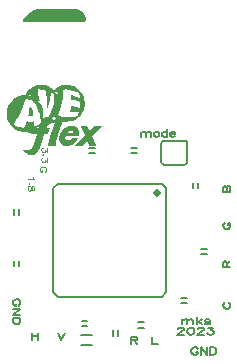
<source format=gbr>
%TF.GenerationSoftware,KiCad,Pcbnew,8.99.0-344-gfbc433deaa*%
%TF.CreationDate,2024-03-17T11:59:04-04:00*%
%TF.ProjectId,AVEFlex,41564546-6c65-4782-9e6b-696361645f70,rev?*%
%TF.SameCoordinates,Original*%
%TF.FileFunction,Legend,Top*%
%TF.FilePolarity,Positive*%
%FSLAX46Y46*%
G04 Gerber Fmt 4.6, Leading zero omitted, Abs format (unit mm)*
G04 Created by KiCad (PCBNEW 8.99.0-344-gfbc433deaa) date 2024-03-17 11:59:04*
%MOMM*%
%LPD*%
G01*
G04 APERTURE LIST*
%ADD10C,0.127000*%
%ADD11C,0.101600*%
%ADD12C,0.152400*%
%ADD13C,0.203200*%
%ADD14C,0.327000*%
G04 APERTURE END LIST*
D10*
X139571286Y-115244759D02*
X139658286Y-115244759D01*
X157678904Y-108719059D02*
X157736904Y-108682059D01*
X154181667Y-117447759D02*
X154223667Y-117592759D01*
D11*
X141060823Y-105491378D02*
X141108823Y-105491378D01*
D10*
X157503904Y-111712059D02*
X157823904Y-111458059D01*
D11*
X141060823Y-105143378D02*
X141011823Y-105172378D01*
D10*
X154673886Y-118801619D02*
X154600886Y-118859619D01*
X153847667Y-117156759D02*
X153889667Y-117214759D01*
X157823904Y-108537059D02*
X157823904Y-108392059D01*
X153858667Y-116441759D02*
X153942667Y-116412759D01*
X154600886Y-119295619D02*
X154673886Y-119353619D01*
X151077904Y-100642059D02*
X151077904Y-100932059D01*
X139891286Y-115244759D02*
X139949286Y-115208759D01*
X156434667Y-117534759D02*
X156393667Y-117621759D01*
X154150667Y-116441759D02*
X154192667Y-116529759D01*
D11*
X140890823Y-105143378D02*
X140939823Y-105201378D01*
D10*
X157503904Y-105272059D02*
X157533904Y-105163059D01*
X153109904Y-100583059D02*
X153073904Y-100554059D01*
X156184667Y-117708759D02*
X156059667Y-117708759D01*
X151803904Y-100700059D02*
X151767904Y-100612059D01*
X149914145Y-117911141D02*
X149950145Y-117969141D01*
X151224564Y-118475841D02*
X151659564Y-118475841D01*
X151694904Y-100554059D02*
X151622904Y-100525059D01*
X156111667Y-116732759D02*
X156070667Y-116790759D01*
D11*
X142134983Y-103519059D02*
X142086983Y-103490059D01*
D10*
X154401667Y-116412759D02*
X154526667Y-116412759D01*
X154963886Y-119353619D02*
X155036886Y-119295619D01*
X155072886Y-119237619D02*
X155072886Y-119150619D01*
X149914145Y-118085141D02*
X149878145Y-118114141D01*
X143209204Y-117545797D02*
X143500204Y-118155797D01*
X156070667Y-116645759D02*
X156111667Y-116703759D01*
X155652667Y-116499759D02*
X155694667Y-116558759D01*
X157794904Y-108610059D02*
X157823904Y-108537059D01*
D11*
X140770823Y-104940378D02*
X140794823Y-104911378D01*
X141845904Y-102176059D02*
X141821904Y-102089059D01*
D10*
X149878145Y-117882141D02*
X149914145Y-117911141D01*
X156351667Y-117359759D02*
X156393667Y-117388759D01*
D11*
X141011823Y-105462378D02*
X141060823Y-105491378D01*
D10*
X157387904Y-111458059D02*
X157445904Y-111495059D01*
X139891286Y-114736759D02*
X139804286Y-114700759D01*
D11*
X141723983Y-103577059D02*
X141699983Y-103635059D01*
D10*
X154891886Y-119382619D02*
X154963886Y-119353619D01*
D11*
X140842823Y-105520378D02*
X140770823Y-105520378D01*
D10*
X154724667Y-117214759D02*
X154640667Y-117127759D01*
X157213904Y-115286059D02*
X157242904Y-115359059D01*
D11*
X141966904Y-102263059D02*
X141893904Y-102234059D01*
D10*
X154724667Y-117592759D02*
X154765667Y-117447759D01*
X157620904Y-105090059D02*
X157707904Y-105090059D01*
X157242904Y-115359059D02*
X157300904Y-115432059D01*
X139949286Y-116732759D02*
X139891286Y-116768759D01*
X151440904Y-100903059D02*
X151513904Y-100932059D01*
X152892904Y-100525059D02*
X152819904Y-100554059D01*
X149442145Y-117853141D02*
X149442145Y-118143141D01*
X153555667Y-117098759D02*
X153722667Y-117098759D01*
D11*
X140987823Y-105230378D02*
X140963823Y-105346378D01*
X140963823Y-105288378D02*
X140987823Y-105404378D01*
X140673823Y-105259378D02*
X140697823Y-105172378D01*
D10*
X157213904Y-108537059D02*
X157242904Y-108610059D01*
X157794904Y-115359059D02*
X157823904Y-115286059D01*
X153472667Y-117127759D02*
X153555667Y-117098759D01*
X140036286Y-116296759D02*
X139426286Y-116296759D01*
X157445904Y-105126059D02*
X157474904Y-105163059D01*
X157271904Y-111495059D02*
X157329904Y-111458059D01*
X154181667Y-117359759D02*
X154181667Y-117447759D01*
X150678904Y-100642059D02*
X150678904Y-100932059D01*
X157503904Y-111640059D02*
X157503904Y-111712059D01*
X157474904Y-105163059D02*
X157503904Y-105272059D01*
X152021904Y-100700059D02*
X152021904Y-100758059D01*
D11*
X142086983Y-103490059D02*
X142013983Y-103461059D01*
D10*
X157213904Y-111640059D02*
X157242904Y-111531059D01*
X154192667Y-116529759D02*
X154192667Y-116819759D01*
X153000904Y-100525059D02*
X152892904Y-100525059D01*
X155516667Y-117330759D02*
X155433667Y-117418759D01*
D11*
X141108823Y-105491378D02*
X141157823Y-105462378D01*
D10*
X151513904Y-100932059D02*
X151622904Y-100932059D01*
X155141667Y-117127759D02*
X155224667Y-117098759D01*
X155694667Y-116790759D02*
X155652667Y-116732759D01*
D11*
X141869904Y-101886059D02*
X141918904Y-101857059D01*
X142135904Y-102960059D02*
X142111904Y-103018059D01*
X141699983Y-103751059D02*
X141723983Y-103809059D01*
X140721823Y-105491378D02*
X140697823Y-105462378D01*
D10*
X153430667Y-117156759D02*
X153472667Y-117127759D01*
D11*
X141181823Y-105259378D02*
X141157823Y-105172378D01*
D10*
X156124886Y-118772619D02*
X156378886Y-118772619D01*
X156111667Y-116499759D02*
X156070667Y-116441759D01*
X139426286Y-115063759D02*
X139455286Y-115135759D01*
X139426286Y-114917759D02*
X139426286Y-115063759D01*
X139571286Y-114736759D02*
X139513286Y-114772759D01*
D11*
X141893904Y-102467059D02*
X141918904Y-102496059D01*
D10*
X153146904Y-100642059D02*
X153109904Y-100583059D01*
X152130904Y-100903059D02*
X152202904Y-100932059D01*
X152057904Y-100612059D02*
X152021904Y-100700059D01*
D11*
X141893904Y-103047059D02*
X141845904Y-102989059D01*
D10*
X155819667Y-116819759D02*
X155694667Y-116790759D01*
X149696145Y-118143141D02*
X149442145Y-118143141D01*
X150460904Y-100525059D02*
X150569904Y-100525059D01*
X152710904Y-100700059D02*
X153146904Y-100700059D01*
X157445904Y-111495059D02*
X157474904Y-111531059D01*
D11*
X141966904Y-103076059D02*
X141893904Y-103047059D01*
D10*
X152746904Y-100612059D02*
X152710904Y-100700059D01*
X154745886Y-119382619D02*
X154891886Y-119382619D01*
X141027345Y-117533100D02*
X141027345Y-117823100D01*
X155945667Y-116412759D02*
X155819667Y-116412759D01*
D11*
X141893904Y-102234059D02*
X141845904Y-102176059D01*
D10*
X139804286Y-116804759D02*
X139658286Y-116804759D01*
X154223667Y-117214759D02*
X154181667Y-117359759D01*
X151767904Y-100845059D02*
X151803904Y-100758059D01*
D11*
X141084823Y-104388378D02*
X141108823Y-104446378D01*
D10*
X157474904Y-111531059D02*
X157503904Y-111640059D01*
X154640667Y-117127759D02*
X154515667Y-117098759D01*
D11*
X141108823Y-104446378D02*
X141181823Y-104533378D01*
D10*
X157387904Y-105090059D02*
X157445904Y-105126059D01*
X154673886Y-119353619D02*
X154745886Y-119382619D01*
X152202904Y-100525059D02*
X152130904Y-100554059D01*
X157242904Y-108320059D02*
X157213904Y-108392059D01*
D11*
X142111904Y-103018059D02*
X142087904Y-103047059D01*
D10*
X153733667Y-116412759D02*
X153733667Y-116529759D01*
X154651667Y-116529759D02*
X154651667Y-116819759D01*
X157591904Y-108392059D02*
X157591904Y-108211059D01*
X151622904Y-100932059D02*
X151694904Y-100903059D01*
X153889667Y-117214759D02*
X153889667Y-117272759D01*
X154526667Y-116412759D02*
X154609667Y-116441759D01*
X157794904Y-115069059D02*
X157736904Y-114996059D01*
X157823904Y-115286059D02*
X157823904Y-115141059D01*
D11*
X141845904Y-102728059D02*
X141869904Y-102699059D01*
D10*
X157794904Y-108320059D02*
X157736904Y-108247059D01*
X157300904Y-108247059D02*
X157242904Y-108320059D01*
X140007286Y-116659759D02*
X139949286Y-116732759D01*
X153000904Y-100932059D02*
X153073904Y-100903059D01*
X155326886Y-118772619D02*
X155326886Y-119382619D01*
D11*
X140890823Y-105491378D02*
X140842823Y-105520378D01*
D10*
X154306667Y-117679759D02*
X154431667Y-117708759D01*
X154431667Y-117098759D02*
X154306667Y-117127759D01*
X152746904Y-100845059D02*
X152819904Y-100903059D01*
X156560886Y-119295619D02*
X156487886Y-119353619D01*
D11*
X141918904Y-102496059D02*
X141942904Y-102467059D01*
D10*
X155391667Y-117098759D02*
X155475667Y-117127759D01*
X150279904Y-100525059D02*
X150279904Y-100642059D01*
D11*
X140939823Y-105433378D02*
X140890823Y-105491378D01*
D10*
X150642904Y-100554059D02*
X150678904Y-100642059D01*
X155433667Y-117418759D02*
X155016667Y-117708759D01*
X156111667Y-116703759D02*
X156111667Y-116732759D01*
X154765667Y-117359759D02*
X154724667Y-117214759D01*
X157533904Y-105163059D02*
X157562904Y-105126059D01*
D11*
X142087904Y-102234059D02*
X142014904Y-102263059D01*
D10*
X156596886Y-119237619D02*
X156560886Y-119295619D01*
X157503904Y-111712059D02*
X157503904Y-111966059D01*
X154765667Y-117447759D02*
X154765667Y-117359759D01*
X152456904Y-100612059D02*
X152456904Y-100845059D01*
D11*
X141820983Y-103896059D02*
X141892983Y-103896059D01*
D10*
X155072886Y-118917619D02*
X155036886Y-118859619D01*
X157736904Y-108682059D02*
X157794904Y-108610059D01*
X156434667Y-117476759D02*
X156434667Y-117534759D01*
X156059667Y-117708759D02*
X155934667Y-117679759D01*
X155945667Y-116819759D02*
X155819667Y-116819759D01*
X155694667Y-116558759D02*
X155778667Y-116587759D01*
D11*
X142207983Y-103751059D02*
X142207983Y-103635059D01*
D10*
X153146904Y-100700059D02*
X153146904Y-100642059D01*
X155152667Y-116587759D02*
X155444667Y-116819759D01*
X151767904Y-100612059D02*
X151694904Y-100554059D01*
X151041904Y-100554059D02*
X151077904Y-100642059D01*
X157358904Y-108719059D02*
X157445904Y-108755059D01*
D11*
X141771983Y-103519059D02*
X141723983Y-103577059D01*
D10*
X154600886Y-118859619D02*
X154564886Y-118917619D01*
D11*
X142329904Y-103047059D02*
X142135904Y-102873059D01*
X142329904Y-102234059D02*
X142135904Y-102060059D01*
D10*
X155892667Y-117650759D02*
X155850667Y-117592759D01*
X156393667Y-117388759D02*
X156434667Y-117476759D01*
X155224667Y-117098759D02*
X155391667Y-117098759D01*
D11*
X142135904Y-102060059D02*
X142135904Y-102147059D01*
D10*
X156632886Y-119150619D02*
X156596886Y-119237619D01*
D11*
X141942904Y-102467059D02*
X141918904Y-102438059D01*
X141181823Y-104533378D02*
X140673823Y-104533378D01*
D10*
X149696145Y-118143141D02*
X149950145Y-118463141D01*
D11*
X142111904Y-102205059D02*
X142087904Y-102234059D01*
D10*
X154515667Y-117098759D02*
X154431667Y-117098759D01*
X152819904Y-100554059D02*
X152746904Y-100612059D01*
D11*
X142086983Y-103896059D02*
X142134983Y-103867059D01*
D10*
X153346667Y-117708759D02*
X153931667Y-117708759D01*
X151331904Y-100758059D02*
X151368904Y-100845059D01*
X154192667Y-116529759D02*
X154317667Y-116441759D01*
X140036286Y-116550759D02*
X140007286Y-116659759D01*
X155558667Y-117214759D02*
X155558667Y-117272759D01*
X157591904Y-115504059D02*
X157678904Y-115468059D01*
X157707904Y-105090059D02*
X157765904Y-105126059D01*
X152202904Y-100932059D02*
X152311904Y-100932059D01*
D11*
X140770823Y-104882378D02*
X140745823Y-104911378D01*
X141821904Y-102815059D02*
X141845904Y-102728059D01*
D10*
X154515667Y-117708759D02*
X154640667Y-117679759D01*
X157329904Y-111458059D02*
X157387904Y-111458059D01*
X152456904Y-100612059D02*
X152384904Y-100554059D01*
D11*
X141845904Y-101915059D02*
X141869904Y-101886059D01*
D10*
X157736904Y-108247059D02*
X157678904Y-108211059D01*
X152819904Y-100903059D02*
X152892904Y-100932059D01*
X139804286Y-114700759D02*
X139658286Y-114700759D01*
D11*
X142183983Y-103577059D02*
X142134983Y-103519059D01*
D10*
X154528886Y-119004619D02*
X154528886Y-119150619D01*
X141027345Y-117823100D02*
X141535345Y-117823100D01*
X156124886Y-118772619D02*
X156124886Y-119382619D01*
X139658286Y-114700759D02*
X139571286Y-114736759D01*
X151622904Y-100525059D02*
X151513904Y-100525059D01*
D11*
X141918904Y-102438059D02*
X141893904Y-102467059D01*
X140673823Y-105375378D02*
X140673823Y-105259378D01*
D10*
X152311904Y-100525059D02*
X152202904Y-100525059D01*
D11*
X141820983Y-103490059D02*
X141771983Y-103519059D01*
D10*
X157736904Y-114996059D02*
X157678904Y-114960059D01*
D11*
X140697823Y-105462378D02*
X140673823Y-105375378D01*
D10*
X151694904Y-100903059D02*
X151767904Y-100845059D01*
X156070667Y-116790759D02*
X155945667Y-116819759D01*
X154640667Y-117679759D02*
X154724667Y-117592759D01*
D11*
X140745823Y-104911378D02*
X140770823Y-104940378D01*
D10*
X139571286Y-116768759D02*
X139513286Y-116732759D01*
X139455286Y-116659759D02*
X139426286Y-116550759D01*
X150569904Y-100525059D02*
X150642904Y-100554059D01*
X140007286Y-114845759D02*
X139949286Y-114772759D01*
X157445904Y-108755059D02*
X157591904Y-108755059D01*
X155778667Y-116587759D02*
X155986667Y-116616759D01*
X139455286Y-114845759D02*
X139426286Y-114917759D01*
X157213904Y-111966059D02*
X157213904Y-111640059D01*
X156267667Y-117330759D02*
X156351667Y-117359759D01*
X152710904Y-100700059D02*
X152710904Y-100758059D01*
D11*
X140987823Y-105404378D02*
X141011823Y-105462378D01*
D10*
X157213904Y-105598059D02*
X157503904Y-105598059D01*
X157300904Y-115432059D02*
X157358904Y-115468059D01*
X149878145Y-118114141D02*
X149769145Y-118143141D01*
X157794904Y-105163059D02*
X157823904Y-105272059D01*
X157678904Y-108211059D02*
X157591904Y-108211059D01*
X141535345Y-117823100D02*
X141535345Y-118143100D01*
X154223667Y-117592759D02*
X154306667Y-117679759D01*
X154891886Y-119150619D02*
X155072886Y-119150619D01*
X154609667Y-116441759D02*
X154651667Y-116529759D01*
X154985667Y-116209759D02*
X154985667Y-116703759D01*
X140036286Y-115063759D02*
X140036286Y-114917759D01*
D11*
X142134983Y-103867059D02*
X142183983Y-103809059D01*
D10*
X157213904Y-108392059D02*
X157213904Y-108537059D01*
X154891886Y-118772619D02*
X154745886Y-118772619D01*
X151368904Y-100845059D02*
X151440904Y-100903059D01*
X155326886Y-118772619D02*
X155834886Y-119382619D01*
X139891286Y-116768759D02*
X139804286Y-116804759D01*
X150968904Y-100525059D02*
X151041904Y-100554059D01*
X140007286Y-115135759D02*
X140036286Y-115063759D01*
X153073904Y-100554059D02*
X153000904Y-100525059D01*
X151331904Y-100700059D02*
X151331904Y-100758059D01*
X155516667Y-117156759D02*
X155558667Y-117214759D01*
D11*
X141821904Y-102902059D02*
X141821904Y-102815059D01*
D10*
X155558667Y-117272759D02*
X155516667Y-117330759D01*
X156309667Y-117679759D02*
X156184667Y-117708759D01*
D11*
X142087904Y-103047059D02*
X142014904Y-103076059D01*
D10*
X157445904Y-115504059D02*
X157591904Y-115504059D01*
D11*
X141771983Y-103867059D02*
X141820983Y-103896059D01*
D10*
X157242904Y-115069059D02*
X157213904Y-115141059D01*
X155016667Y-117708759D02*
X155600667Y-117708759D01*
X157213904Y-115141059D02*
X157213904Y-115286059D01*
X157213904Y-105598059D02*
X157213904Y-105272059D01*
X139426286Y-116550759D02*
X139426286Y-116296759D01*
X154067667Y-116412759D02*
X154150667Y-116441759D01*
D11*
X141181823Y-105375378D02*
X141181823Y-105259378D01*
D10*
X153764667Y-117418759D02*
X153346667Y-117708759D01*
X156393667Y-117098759D02*
X156142667Y-117330759D01*
X140036286Y-115498759D02*
X139426286Y-116006759D01*
X139658286Y-116804759D02*
X139571286Y-116768759D01*
X156378886Y-119382619D02*
X156124886Y-119382619D01*
X157213904Y-111966059D02*
X157503904Y-111966059D01*
D11*
X141699983Y-103635059D02*
X141699983Y-103751059D01*
D10*
X154306667Y-117127759D02*
X154223667Y-117214759D01*
X155986667Y-116616759D02*
X156070667Y-116645759D01*
X150279904Y-100642059D02*
X150388904Y-100554059D01*
X157242904Y-105163059D02*
X157271904Y-105126059D01*
X149950145Y-117969141D02*
X149950145Y-118027141D01*
X154564886Y-119237619D02*
X154600886Y-119295619D01*
X156142667Y-117330759D02*
X156267667Y-117330759D01*
X149950145Y-118027141D02*
X149914145Y-118085141D01*
X151224564Y-117865841D02*
X151224564Y-118475841D01*
X157300904Y-114996059D02*
X157242904Y-115069059D01*
D11*
X142207983Y-103635059D02*
X142183983Y-103577059D01*
D10*
X153805667Y-117127759D02*
X153847667Y-117156759D01*
X152130904Y-100554059D02*
X152057904Y-100612059D01*
X139949286Y-115208759D02*
X140007286Y-115135759D01*
X157242904Y-108610059D02*
X157300904Y-108682059D01*
X155819667Y-116412759D02*
X155694667Y-116441759D01*
X155934667Y-117098759D02*
X156393667Y-117098759D01*
X156632886Y-119004619D02*
X156632886Y-119150619D01*
D11*
X140963823Y-105346378D02*
X140939823Y-105433378D01*
D10*
X156596886Y-118917619D02*
X156632886Y-119004619D01*
X157591904Y-108755059D02*
X157678904Y-108719059D01*
X139513286Y-116732759D02*
X139455286Y-116659759D01*
X139949286Y-114772759D02*
X139891286Y-114736759D01*
X153733667Y-116529759D02*
X153733667Y-116819759D01*
X151803904Y-100758059D02*
X151803904Y-100700059D01*
D11*
X140697823Y-105172378D02*
X140721823Y-105143378D01*
D10*
X154985667Y-116703759D02*
X154985667Y-116819759D01*
D11*
X140794823Y-104911378D02*
X140770823Y-104882378D01*
D10*
X157271904Y-105126059D02*
X157329904Y-105090059D01*
D11*
X141821904Y-102089059D02*
X141821904Y-102002059D01*
D10*
X156487886Y-119353619D02*
X156378886Y-119382619D01*
X153942667Y-116412759D02*
X154067667Y-116412759D01*
X153388667Y-117214759D02*
X153430667Y-117156759D01*
X154564886Y-118917619D02*
X154528886Y-119004619D01*
X157503904Y-105598059D02*
X157503904Y-105272059D01*
X155057667Y-117243759D02*
X155057667Y-117214759D01*
X157213904Y-105272059D02*
X157242904Y-105163059D01*
X152384904Y-100903059D02*
X152456904Y-100845059D01*
X152384904Y-100554059D02*
X152311904Y-100525059D01*
X157358904Y-115468059D02*
X157445904Y-115504059D01*
X151368904Y-100612059D02*
X151331904Y-100700059D01*
X139455286Y-115135759D02*
X139513286Y-115208759D01*
X149442145Y-118143141D02*
X149442145Y-118463141D01*
X141027345Y-117823100D02*
X141027345Y-118143100D01*
D11*
X142013983Y-103461059D02*
X141892983Y-103461059D01*
D10*
X155036886Y-119295619D02*
X155072886Y-119237619D01*
X156487886Y-118801619D02*
X156560886Y-118859619D01*
D11*
X140939823Y-105201378D02*
X140963823Y-105288378D01*
D10*
X152710904Y-100758059D02*
X152746904Y-100845059D01*
X157503904Y-105598059D02*
X157823904Y-105598059D01*
X157300904Y-108682059D02*
X157358904Y-108719059D01*
X157823904Y-108392059D02*
X157794904Y-108320059D01*
X153847667Y-117330759D02*
X153764667Y-117418759D01*
X150860904Y-100525059D02*
X150968904Y-100525059D01*
D11*
X140842823Y-105114378D02*
X140890823Y-105143378D01*
D10*
X140036286Y-114917759D02*
X140007286Y-114845759D01*
X155475667Y-117127759D02*
X155516667Y-117156759D01*
D11*
X140721823Y-105143378D02*
X140770823Y-105114378D01*
X140770823Y-105520378D02*
X140721823Y-105491378D01*
X141157823Y-105172378D02*
X141108823Y-105143378D01*
D10*
X153388667Y-117243759D02*
X153388667Y-117214759D01*
X157736904Y-115432059D02*
X157794904Y-115359059D01*
X157358904Y-108211059D02*
X157300904Y-108247059D01*
X157329904Y-105090059D02*
X157387904Y-105090059D01*
X155057667Y-117214759D02*
X155099667Y-117156759D01*
X156378886Y-118772619D02*
X156487886Y-118801619D01*
X157503904Y-111966059D02*
X157823904Y-111966059D01*
X152456904Y-100845059D02*
X152456904Y-100932059D01*
X140036286Y-116006759D02*
X139426286Y-116006759D01*
D11*
X141869904Y-102699059D02*
X141918904Y-102670059D01*
X141157823Y-105462378D02*
X141181823Y-105375378D01*
D10*
X157823904Y-115141059D02*
X157794904Y-115069059D01*
D11*
X141892983Y-103461059D02*
X141820983Y-103490059D01*
X141723983Y-103809059D02*
X141771983Y-103867059D01*
D10*
X155834886Y-118772619D02*
X155834886Y-119382619D01*
D11*
X141821904Y-102002059D02*
X141845904Y-101915059D01*
D10*
X155036886Y-118859619D02*
X154963886Y-118801619D01*
X154431667Y-117708759D02*
X154515667Y-117708759D01*
X155934667Y-117679759D02*
X155892667Y-117650759D01*
X154528886Y-119150619D02*
X154564886Y-119237619D01*
X141535345Y-117533100D02*
X141535345Y-117823100D01*
X150787904Y-100554059D02*
X150860904Y-100525059D01*
D11*
X142014904Y-102263059D02*
X141966904Y-102263059D01*
D10*
X152057904Y-100845059D02*
X152130904Y-100903059D01*
X153722667Y-117098759D02*
X153805667Y-117127759D01*
X152892904Y-100932059D02*
X153000904Y-100932059D01*
X155099667Y-117156759D02*
X155141667Y-117127759D01*
X149769145Y-118143141D02*
X149696145Y-118143141D01*
D11*
X142135904Y-102147059D02*
X142111904Y-102205059D01*
D10*
X154745886Y-118772619D02*
X154673886Y-118801619D01*
X139513286Y-114772759D02*
X139455286Y-114845759D01*
X151513904Y-100525059D02*
X151440904Y-100554059D01*
X156070667Y-116441759D02*
X155945667Y-116412759D01*
X149769145Y-117853141D02*
X149878145Y-117882141D01*
X154317667Y-116441759D02*
X154401667Y-116412759D01*
D11*
X141011823Y-105172378D02*
X140987823Y-105230378D01*
D10*
X153733667Y-116529759D02*
X153858667Y-116441759D01*
X155694667Y-116441759D02*
X155652667Y-116499759D01*
D11*
X141108823Y-105143378D02*
X141060823Y-105143378D01*
X142014904Y-103076059D02*
X141966904Y-103076059D01*
D10*
X156393667Y-117621759D02*
X156309667Y-117679759D01*
X153889667Y-117272759D02*
X153847667Y-117330759D01*
D11*
X142135904Y-102873059D02*
X142135904Y-102960059D01*
D10*
X140036286Y-116296759D02*
X140036286Y-116550759D01*
X157242904Y-111531059D02*
X157271904Y-111495059D01*
X139658286Y-115063759D02*
X139658286Y-115244759D01*
X150279904Y-100642059D02*
X150279904Y-100932059D01*
X157358904Y-114960059D02*
X157300904Y-114996059D01*
D11*
X141892983Y-103751059D02*
X141892983Y-103896059D01*
X140770823Y-105114378D02*
X140842823Y-105114378D01*
X141845904Y-102989059D02*
X141821904Y-102902059D01*
D10*
X154963886Y-118801619D02*
X154891886Y-118772619D01*
D11*
X142183983Y-103809059D02*
X142207983Y-103751059D01*
D10*
X143790204Y-117517859D02*
X143500204Y-118155797D01*
D11*
X142329904Y-101915059D02*
X142329904Y-102234059D01*
D10*
X157562904Y-105126059D02*
X157620904Y-105090059D01*
X155402667Y-116412759D02*
X154985667Y-116703759D01*
X157678904Y-115468059D02*
X157736904Y-115432059D01*
X153073904Y-100903059D02*
X153146904Y-100845059D01*
D11*
X142329904Y-102728059D02*
X142329904Y-103047059D01*
D10*
X152311904Y-100932059D02*
X152384904Y-100903059D01*
X157765904Y-105126059D02*
X157794904Y-105163059D01*
X140036286Y-115498759D02*
X139426286Y-115498759D01*
X150388904Y-100554059D02*
X150460904Y-100525059D01*
X152021904Y-100758059D02*
X152057904Y-100845059D01*
X150678904Y-100642059D02*
X150787904Y-100554059D01*
X157823904Y-105272059D02*
X157823904Y-105598059D01*
X149442145Y-117853141D02*
X149769145Y-117853141D01*
X139513286Y-115208759D02*
X139571286Y-115244759D01*
X152456904Y-100322059D02*
X152456904Y-100612059D01*
X156560886Y-118859619D02*
X156596886Y-118917619D01*
X151440904Y-100554059D02*
X151368904Y-100612059D01*
D12*
%TO.C,C2*%
X149398358Y-101858597D02*
X149888358Y-101858597D01*
X149888358Y-102306597D02*
X149398358Y-102306597D01*
%TO.C,C7*%
X147895361Y-117821603D02*
X147895361Y-117331603D01*
X148343361Y-117331603D02*
X148343361Y-117821603D01*
%TO.C,C11*%
X154627904Y-105317059D02*
X154627904Y-104827059D01*
X155075904Y-104827059D02*
X155075904Y-105317059D01*
%TO.C,JP1*%
X151956304Y-103040059D02*
X151956304Y-101516059D01*
X152210304Y-101262059D02*
X153937504Y-101262059D01*
X153937504Y-103294059D02*
X152210304Y-103294059D01*
X154191504Y-103040059D02*
X154191504Y-101516059D01*
X151956304Y-101516059D02*
G75*
G02*
X152210304Y-101262059I254000J0D01*
G01*
X152210304Y-103294059D02*
G75*
G02*
X151956304Y-103040059I0J254000D01*
G01*
X153937504Y-101262059D02*
G75*
G02*
X154191504Y-101516059I0J-254000D01*
G01*
X154191504Y-103040059D02*
G75*
G02*
X153937504Y-103294059I-254000J0D01*
G01*
%TO.C,C9*%
X153664564Y-114568641D02*
X154154564Y-114568641D01*
X154154564Y-115016641D02*
X153664564Y-115016641D01*
D13*
%TO.C,IC1*%
X142811358Y-105302603D02*
X143211358Y-104902603D01*
X142811358Y-114102603D02*
X142811358Y-105302603D01*
X143211358Y-104902603D02*
X152011358Y-104902603D01*
X143211358Y-114502603D02*
X142811358Y-114102603D01*
X152011358Y-104902603D02*
X152411358Y-105302603D01*
X152011358Y-114502603D02*
X143211358Y-114502603D01*
X152411358Y-105302603D02*
X152411358Y-114102603D01*
X152411358Y-114102603D02*
X152011358Y-114502603D01*
D14*
X151774858Y-105702603D02*
G75*
G02*
X151447858Y-105702603I-163500J0D01*
G01*
X151447858Y-105702603D02*
G75*
G02*
X151774858Y-105702603I163500J0D01*
G01*
D12*
%TO.C,C8*%
X150027167Y-116657513D02*
X150517167Y-116657513D01*
X150517167Y-117105513D02*
X150027167Y-117105513D01*
%TO.C,C5*%
X139515898Y-111908481D02*
X139515898Y-111418481D01*
X139963898Y-111418481D02*
X139963898Y-111908481D01*
%TO.C,C3*%
X145842361Y-101858603D02*
X146332361Y-101858603D01*
X146332361Y-102306603D02*
X145842361Y-102306603D01*
D10*
%TO.C,C1*%
X146111558Y-117703403D02*
X145199558Y-117703403D01*
X146111558Y-118567403D02*
X145199558Y-118567403D01*
D12*
%TO.C,C10*%
X155368904Y-110436059D02*
X155858904Y-110436059D01*
X155858904Y-110884059D02*
X155368904Y-110884059D01*
%TO.C,C4*%
X139516448Y-107544519D02*
X139516448Y-107054519D01*
X139964448Y-107054519D02*
X139964448Y-107544519D01*
%TO.C,C6*%
X145232758Y-116539800D02*
X145722758Y-116539800D01*
X145722758Y-116987800D02*
X145232758Y-116987800D01*
%TD*%
G36*
X144216734Y-96549509D02*
G01*
X144218537Y-96549814D01*
X144449462Y-96608136D01*
X144451185Y-96608720D01*
X144628385Y-96684849D01*
X144629483Y-96685391D01*
X144785215Y-96772971D01*
X144786427Y-96773757D01*
X144948179Y-96893691D01*
X144949250Y-96894591D01*
X145103052Y-97040685D01*
X145104092Y-97041814D01*
X145234017Y-97203294D01*
X145234886Y-97204532D01*
X145335071Y-97369446D01*
X145335705Y-97370644D01*
X145403873Y-97520065D01*
X145404361Y-97521327D01*
X145468016Y-97719881D01*
X145468401Y-97721460D01*
X145510011Y-97965565D01*
X145510170Y-97967833D01*
X145499248Y-98341063D01*
X145498987Y-98343186D01*
X145465988Y-98493934D01*
X145465668Y-98495100D01*
X145395800Y-98705479D01*
X145395085Y-98707167D01*
X145283948Y-98920499D01*
X145282968Y-98922061D01*
X145147623Y-99103545D01*
X145146746Y-99104586D01*
X145005680Y-99253258D01*
X145004555Y-99254296D01*
X144843225Y-99384334D01*
X144841871Y-99385273D01*
X144654367Y-99496406D01*
X144652935Y-99497125D01*
X144465136Y-99575535D01*
X144463475Y-99576085D01*
X144264547Y-99625445D01*
X144263435Y-99625663D01*
X144121941Y-99646275D01*
X144121067Y-99646368D01*
X143928505Y-99659526D01*
X143926636Y-99659502D01*
X143692714Y-99637340D01*
X143691714Y-99637200D01*
X143633374Y-99626446D01*
X143633372Y-99626447D01*
X143488366Y-99997516D01*
X143343404Y-100423529D01*
X143232444Y-100806162D01*
X143152761Y-101126401D01*
X143090954Y-101410163D01*
X143038281Y-101679979D01*
X143033417Y-101687315D01*
X143026996Y-101689276D01*
X142353534Y-101689381D01*
X142345402Y-101686014D01*
X142342032Y-101677883D01*
X142342760Y-101673856D01*
X142441462Y-101409719D01*
X142583525Y-100982721D01*
X142743883Y-100454488D01*
X142939598Y-99767885D01*
X142939598Y-99767884D01*
X142678173Y-99775884D01*
X142557641Y-99820128D01*
X142455756Y-99887960D01*
X142365935Y-99977986D01*
X142365928Y-99977995D01*
X142290509Y-100089232D01*
X142290503Y-100089242D01*
X142235241Y-100198446D01*
X142545383Y-100189059D01*
X142553613Y-100192180D01*
X142557226Y-100200206D01*
X142556735Y-100203896D01*
X142406013Y-100700133D01*
X142400427Y-100706935D01*
X142394775Y-100708289D01*
X142058016Y-100701444D01*
X141929280Y-101156334D01*
X141929153Y-101156754D01*
X141777747Y-101623042D01*
X141777511Y-101623699D01*
X141665841Y-101907671D01*
X141665431Y-101908592D01*
X141544459Y-102151282D01*
X141543745Y-102152517D01*
X141433496Y-102318435D01*
X141431278Y-102320907D01*
X141308357Y-102423285D01*
X141305777Y-102424908D01*
X141206585Y-102470235D01*
X141204695Y-102470906D01*
X141086354Y-102501626D01*
X141083361Y-102501995D01*
X140893168Y-102500288D01*
X140890271Y-102499890D01*
X140843070Y-102487134D01*
X140843073Y-102487122D01*
X140842978Y-102487109D01*
X140842935Y-102487097D01*
X140842935Y-102487096D01*
X140795338Y-102473854D01*
X140793547Y-102473191D01*
X140660208Y-102410793D01*
X140659110Y-102410205D01*
X140537212Y-102336138D01*
X140536006Y-102335295D01*
X140342869Y-102181008D01*
X140342169Y-102180401D01*
X140223353Y-102068680D01*
X140219736Y-102060656D01*
X140222853Y-102052424D01*
X140230877Y-102048807D01*
X140234152Y-102049179D01*
X140342531Y-102077640D01*
X140667699Y-102080362D01*
X140810730Y-102035231D01*
X140810732Y-102035230D01*
X140935649Y-101954392D01*
X141019204Y-101868268D01*
X141098200Y-101735144D01*
X141187248Y-101521353D01*
X141262449Y-101302312D01*
X141262454Y-101302295D01*
X141432354Y-100709363D01*
X141432354Y-100709362D01*
X141428062Y-100705009D01*
X141428059Y-100705008D01*
X141155089Y-100701382D01*
X141153883Y-100701302D01*
X141002948Y-100683344D01*
X141001032Y-100682949D01*
X140860673Y-100641245D01*
X140858179Y-100640169D01*
X140770161Y-100589126D01*
X140768119Y-100587619D01*
X140673857Y-100500394D01*
X140414606Y-100515975D01*
X140413253Y-100515977D01*
X140189488Y-100503051D01*
X140187925Y-100502852D01*
X140068025Y-100479191D01*
X140066903Y-100478911D01*
X139868447Y-100418517D01*
X139866977Y-100417957D01*
X139698481Y-100340216D01*
X139697021Y-100339409D01*
X139530407Y-100230849D01*
X139529290Y-100230021D01*
X139342108Y-100072835D01*
X139340876Y-100071633D01*
X139186436Y-99896436D01*
X139185475Y-99895181D01*
X139065705Y-99714320D01*
X139065029Y-99713156D01*
X138996307Y-99577132D01*
X138995876Y-99576172D01*
X138937704Y-99428957D01*
X138937235Y-99427490D01*
X138894947Y-99256390D01*
X138894726Y-99255252D01*
X138873275Y-99104563D01*
X138873160Y-99102956D01*
X138872805Y-98810692D01*
X138872952Y-98808845D01*
X138904064Y-98616182D01*
X138904372Y-98614813D01*
X138956444Y-98435166D01*
X138956872Y-98433948D01*
X139016735Y-98290149D01*
X139017452Y-98288718D01*
X139126603Y-98104043D01*
X139127346Y-98102937D01*
X139223067Y-97976933D01*
X139223962Y-97975891D01*
X139406568Y-97787288D01*
X139407750Y-97786225D01*
X139570143Y-97659344D01*
X139571310Y-97658543D01*
X139759226Y-97545889D01*
X139760984Y-97545029D01*
X139965224Y-97465884D01*
X139966700Y-97465423D01*
X140139268Y-97424086D01*
X140140394Y-97423875D01*
X140297194Y-97402505D01*
X140298747Y-97402400D01*
X140557571Y-97402400D01*
X140559155Y-97402510D01*
X140716983Y-97424464D01*
X140718227Y-97424707D01*
X140904043Y-97471842D01*
X140905686Y-97472394D01*
X141128329Y-97566352D01*
X141130204Y-97567356D01*
X141377537Y-97731000D01*
X141379313Y-97732450D01*
X141633580Y-97986108D01*
X141634728Y-97987443D01*
X141736151Y-98125572D01*
X141736763Y-98126496D01*
X141833049Y-98288260D01*
X141833764Y-98289676D01*
X141903096Y-98454180D01*
X141903544Y-98455444D01*
X141951643Y-98621339D01*
X141951915Y-98622496D01*
X141985551Y-98808665D01*
X141985734Y-98810697D01*
X141986099Y-99124233D01*
X141985922Y-99126258D01*
X141950335Y-99326501D01*
X141949942Y-99328063D01*
X141881488Y-99537390D01*
X141880761Y-99539121D01*
X141812726Y-99669960D01*
X141805986Y-99675621D01*
X141797218Y-99674858D01*
X141791557Y-99668118D01*
X141791063Y-99665619D01*
X141777953Y-99509701D01*
X141777951Y-99509688D01*
X141738194Y-99276684D01*
X141675399Y-99022724D01*
X141573973Y-98727675D01*
X141573969Y-98727665D01*
X141454599Y-98457685D01*
X141329891Y-98230443D01*
X141161475Y-97976445D01*
X141161456Y-97976419D01*
X141070164Y-97861978D01*
X141070165Y-97861978D01*
X140941248Y-97820151D01*
X140829347Y-97798473D01*
X140829331Y-97798471D01*
X140575774Y-97777847D01*
X140406210Y-97792284D01*
X140315373Y-98169800D01*
X140315100Y-98170752D01*
X140176688Y-98585325D01*
X140176382Y-98586138D01*
X140061449Y-98859670D01*
X140061053Y-98860514D01*
X139892169Y-99185779D01*
X139891961Y-99186163D01*
X139684578Y-99551009D01*
X139684443Y-99551240D01*
X139491353Y-99873247D01*
X139491354Y-99873248D01*
X139529941Y-99903015D01*
X139701520Y-99996927D01*
X139915426Y-100085687D01*
X140143111Y-100144645D01*
X140143115Y-100144646D01*
X140270202Y-100162940D01*
X140385363Y-100165568D01*
X140442731Y-100000598D01*
X140442848Y-100000259D01*
X140565300Y-99641172D01*
X140571113Y-99634563D01*
X140577697Y-99633484D01*
X140850248Y-99669642D01*
X140987614Y-99656374D01*
X141114169Y-99614900D01*
X141114180Y-99614895D01*
X141162501Y-99589945D01*
X141171271Y-99589207D01*
X141177995Y-99594887D01*
X141179264Y-99599626D01*
X141202622Y-100098923D01*
X141212623Y-100108993D01*
X141544831Y-99941600D01*
X141705622Y-99790283D01*
X141763342Y-99715470D01*
X141770976Y-99711089D01*
X141779472Y-99713390D01*
X141783853Y-99721024D01*
X141782650Y-99727800D01*
X141768144Y-99755699D01*
X141767146Y-99757288D01*
X141740505Y-99792861D01*
X141740504Y-99792860D01*
X141632955Y-99936472D01*
X141631919Y-99937674D01*
X141450424Y-100120825D01*
X141449581Y-100121594D01*
X141360308Y-100195374D01*
X141601225Y-100196052D01*
X141680797Y-99987878D01*
X141681044Y-99987283D01*
X141767044Y-99795291D01*
X141767490Y-99794401D01*
X141889759Y-99574630D01*
X141889761Y-99574626D01*
X141968339Y-99323593D01*
X141973983Y-99316838D01*
X141978887Y-99315536D01*
X142291925Y-99303900D01*
X142367684Y-99281014D01*
X142463500Y-99175134D01*
X142463502Y-99175131D01*
X142584509Y-98991880D01*
X142664992Y-98832223D01*
X142664996Y-98832216D01*
X142745875Y-98625502D01*
X142813782Y-98392783D01*
X142865491Y-98158438D01*
X142897005Y-97936246D01*
X142917256Y-97701949D01*
X142917258Y-97701919D01*
X142917441Y-97405541D01*
X142917441Y-97405535D01*
X142904603Y-97282606D01*
X142627961Y-97151215D01*
X142613544Y-97265459D01*
X142581249Y-97703135D01*
X142581182Y-97703786D01*
X142553354Y-97915809D01*
X142553123Y-97917042D01*
X142499017Y-98138474D01*
X142498662Y-98139652D01*
X142410177Y-98384556D01*
X142409718Y-98385647D01*
X142350810Y-98507689D01*
X142344241Y-98513548D01*
X142335454Y-98513047D01*
X142329595Y-98506478D01*
X142328953Y-98502672D01*
X142329675Y-98037310D01*
X142306961Y-97814075D01*
X142277215Y-97611007D01*
X142277214Y-97611002D01*
X142235035Y-97396756D01*
X142235030Y-97396736D01*
X142185026Y-97194021D01*
X142132336Y-97001920D01*
X142117600Y-96984619D01*
X141895696Y-96944766D01*
X141895692Y-96944765D01*
X141529912Y-96932224D01*
X141529911Y-96932224D01*
X141498892Y-96950244D01*
X141576657Y-97295612D01*
X141576745Y-97296038D01*
X141636934Y-97620066D01*
X141637008Y-97620514D01*
X141683058Y-97937788D01*
X141680892Y-97946319D01*
X141673329Y-97950821D01*
X141664798Y-97948655D01*
X141662936Y-97946913D01*
X141544861Y-97808807D01*
X141378434Y-97669235D01*
X141225703Y-97567369D01*
X141225701Y-97567367D01*
X141041175Y-97474889D01*
X141041167Y-97474886D01*
X140834899Y-97403137D01*
X140626187Y-97363759D01*
X140626178Y-97363758D01*
X140480076Y-97350839D01*
X140472273Y-97346768D01*
X140469589Y-97339392D01*
X140469588Y-97337996D01*
X140471611Y-97331474D01*
X140576644Y-97178651D01*
X140577350Y-97177727D01*
X140707612Y-97024111D01*
X140708737Y-97022959D01*
X140890372Y-96861284D01*
X140891675Y-96860282D01*
X141072593Y-96740650D01*
X141073759Y-96739973D01*
X141225726Y-96663358D01*
X141227077Y-96662782D01*
X141400014Y-96601763D01*
X141401324Y-96601387D01*
X141610174Y-96554566D01*
X141612686Y-96554287D01*
X142026609Y-96554147D01*
X142028963Y-96554390D01*
X142201040Y-96590317D01*
X142202201Y-96590623D01*
X142363184Y-96642231D01*
X142364565Y-96642774D01*
X142556559Y-96733020D01*
X142557803Y-96733701D01*
X142658302Y-96797096D01*
X142659060Y-96797618D01*
X142820361Y-96918421D01*
X142821603Y-96919499D01*
X143013783Y-97111903D01*
X143014864Y-97113153D01*
X143148795Y-97292673D01*
X143149652Y-97294004D01*
X143251341Y-97478715D01*
X143251967Y-97480047D01*
X143314305Y-97638330D01*
X143314761Y-97639754D01*
X143363329Y-97833946D01*
X143363577Y-97835252D01*
X143387219Y-98016896D01*
X143387307Y-98018799D01*
X143375534Y-98341716D01*
X143375249Y-98343877D01*
X143335511Y-98516507D01*
X143335206Y-98517587D01*
X143282939Y-98673289D01*
X143282329Y-98674759D01*
X143202269Y-98835375D01*
X143201308Y-98836966D01*
X143140860Y-98920890D01*
X143031433Y-99083054D01*
X143029915Y-99084868D01*
X142801592Y-99306781D01*
X142800359Y-99307821D01*
X142663464Y-99407783D01*
X142664570Y-99422971D01*
X142664570Y-99422972D01*
X142701939Y-99434930D01*
X142704717Y-99436251D01*
X142860850Y-99538092D01*
X142861573Y-99538605D01*
X142975403Y-99626059D01*
X142975404Y-99626058D01*
X143039213Y-99387407D01*
X143039214Y-99387404D01*
X143039336Y-99365822D01*
X142944254Y-99288167D01*
X142942681Y-99286607D01*
X142915875Y-99254326D01*
X142913271Y-99245918D01*
X142915959Y-99239532D01*
X143034034Y-99100590D01*
X143034041Y-99100580D01*
X143050373Y-99078393D01*
X143250583Y-99078393D01*
X143399550Y-99147729D01*
X143636654Y-99229491D01*
X143867459Y-99280624D01*
X143867470Y-99280626D01*
X144070286Y-99302250D01*
X144070316Y-99302253D01*
X144192521Y-99309074D01*
X144415563Y-99300797D01*
X144415567Y-99300797D01*
X144532618Y-99286130D01*
X144532630Y-99286129D01*
X144532793Y-99286108D01*
X144649504Y-99271464D01*
X144853100Y-99225015D01*
X144853101Y-99225015D01*
X144898063Y-99133469D01*
X144898065Y-99133465D01*
X145019925Y-98828077D01*
X145019926Y-98828072D01*
X145020289Y-98806543D01*
X144924682Y-98835135D01*
X144922560Y-98835557D01*
X144728906Y-98855411D01*
X144726863Y-98855438D01*
X144454432Y-98834761D01*
X144453316Y-98834621D01*
X144282193Y-98804615D01*
X144274765Y-98799893D01*
X144272852Y-98791302D01*
X144272914Y-98790977D01*
X144319158Y-98565539D01*
X144332053Y-98346116D01*
X144335892Y-98338196D01*
X144344208Y-98335311D01*
X144344496Y-98335331D01*
X144486452Y-98347254D01*
X144487459Y-98347384D01*
X144781021Y-98398429D01*
X144781659Y-98398559D01*
X145075850Y-98467069D01*
X145090037Y-98444599D01*
X145090038Y-98444598D01*
X145111653Y-98320461D01*
X145111654Y-98320458D01*
X145111720Y-98032473D01*
X145072647Y-97993688D01*
X145072643Y-97993685D01*
X144913618Y-97932518D01*
X144659528Y-97870286D01*
X144659515Y-97870283D01*
X144338003Y-97817335D01*
X144331352Y-97813712D01*
X144328081Y-97810104D01*
X144325117Y-97802985D01*
X144309876Y-97513481D01*
X144309874Y-97513474D01*
X144289477Y-97439774D01*
X144289060Y-97436804D01*
X144288967Y-97425940D01*
X144292266Y-97417780D01*
X144300369Y-97414342D01*
X144301606Y-97414399D01*
X144405143Y-97424704D01*
X144406539Y-97424930D01*
X144587843Y-97465908D01*
X144589022Y-97466241D01*
X144820611Y-97545258D01*
X144821896Y-97545786D01*
X145003911Y-97633650D01*
X145005902Y-97634874D01*
X145101213Y-97707833D01*
X145101441Y-97616527D01*
X145070811Y-97470921D01*
X144996723Y-97247691D01*
X144832125Y-97171411D01*
X144535292Y-97057353D01*
X144287371Y-96985976D01*
X144090986Y-96946076D01*
X144090970Y-96946074D01*
X143869956Y-96925228D01*
X143634591Y-96945975D01*
X143628036Y-96952840D01*
X143628036Y-96952841D01*
X143659852Y-97142633D01*
X143660004Y-97144150D01*
X143671826Y-97497642D01*
X143671779Y-97499129D01*
X143647260Y-97753512D01*
X143647125Y-97754479D01*
X143597380Y-98026265D01*
X143597212Y-98027036D01*
X143514410Y-98351858D01*
X143514177Y-98352649D01*
X143402973Y-98686711D01*
X143402779Y-98687249D01*
X143250583Y-99078393D01*
X143050373Y-99078393D01*
X143210456Y-98860925D01*
X143210459Y-98860919D01*
X143312016Y-98656794D01*
X143355573Y-98515375D01*
X143356163Y-98513853D01*
X143374760Y-98474434D01*
X143406210Y-98332686D01*
X143406210Y-98332680D01*
X143417991Y-97978899D01*
X143393242Y-97834621D01*
X143393240Y-97834616D01*
X143354823Y-97702310D01*
X143354698Y-97701842D01*
X143322464Y-97570390D01*
X143189775Y-97304014D01*
X143018156Y-97092735D01*
X143017923Y-97092438D01*
X142940398Y-96990329D01*
X142940398Y-96990328D01*
X142896313Y-96961151D01*
X142891391Y-96953854D01*
X142893070Y-96945214D01*
X142894426Y-96943533D01*
X142962622Y-96873593D01*
X142964442Y-96872076D01*
X143185826Y-96723312D01*
X143187362Y-96722443D01*
X143360878Y-96641178D01*
X143362182Y-96640661D01*
X143544568Y-96581029D01*
X143545761Y-96580709D01*
X143693607Y-96549414D01*
X143694902Y-96549216D01*
X143944074Y-96525590D01*
X143946173Y-96525584D01*
X144216734Y-96549509D01*
G37*
G36*
X145716510Y-100018201D02*
G01*
X145724610Y-100021645D01*
X145727001Y-100025237D01*
X145897800Y-100430712D01*
X146312073Y-100016842D01*
X146320196Y-100013478D01*
X146917531Y-100013218D01*
X146925664Y-100016583D01*
X146929036Y-100024713D01*
X146925672Y-100032845D01*
X146087070Y-100872415D01*
X146087069Y-100872415D01*
X146421950Y-101652626D01*
X146422339Y-101653669D01*
X146428999Y-101674561D01*
X146428259Y-101683332D01*
X146421535Y-101689011D01*
X146417934Y-101689553D01*
X145867704Y-101684383D01*
X145859604Y-101680939D01*
X145857273Y-101677485D01*
X145683098Y-101278505D01*
X145272488Y-101685938D01*
X145264390Y-101689275D01*
X144657074Y-101689381D01*
X144648942Y-101686014D01*
X144645572Y-101677883D01*
X144648939Y-101669751D01*
X144649006Y-101669684D01*
X145487610Y-100844470D01*
X145487366Y-100816912D01*
X145171021Y-100079152D01*
X145170991Y-100079083D01*
X145149908Y-100029009D01*
X145149857Y-100020207D01*
X145156044Y-100013947D01*
X145160614Y-100013046D01*
X145716510Y-100018201D01*
G37*
G36*
X144779600Y-90144637D02*
G01*
X144855663Y-90146559D01*
X144880127Y-90149629D01*
X145029969Y-90183834D01*
X145056178Y-90193005D01*
X145193235Y-90259013D01*
X145216746Y-90273787D01*
X145335669Y-90368631D01*
X145355303Y-90388267D01*
X145450144Y-90507202D01*
X145464916Y-90530714D01*
X145530911Y-90667767D01*
X145540081Y-90693977D01*
X145574284Y-90843861D01*
X145577351Y-90868246D01*
X145579317Y-90944361D01*
X145579358Y-90947529D01*
X145579389Y-91059304D01*
X145559723Y-91126349D01*
X145506932Y-91172118D01*
X145455389Y-91183338D01*
X140349105Y-91183338D01*
X140282066Y-91163653D01*
X140236311Y-91110849D01*
X140226367Y-91041691D01*
X140255392Y-90978135D01*
X140263825Y-90969320D01*
X140844032Y-90419651D01*
X140846146Y-90417694D01*
X140907806Y-90361940D01*
X140924187Y-90349436D01*
X141065416Y-90259160D01*
X141086304Y-90248446D01*
X141240664Y-90186943D01*
X141263196Y-90180357D01*
X141427822Y-90148771D01*
X141448281Y-90146584D01*
X141531381Y-90144636D01*
X141534287Y-90144602D01*
X144776468Y-90144597D01*
X144779600Y-90144637D01*
G37*
G36*
X144545995Y-100012006D02*
G01*
X144548353Y-100012371D01*
X144669107Y-100044184D01*
X144671177Y-100044949D01*
X144779692Y-100097343D01*
X144782872Y-100099616D01*
X144892327Y-100210381D01*
X144894463Y-100213381D01*
X144948305Y-100322647D01*
X144949086Y-100324712D01*
X144983982Y-100453007D01*
X144984385Y-100456030D01*
X144984248Y-100799282D01*
X144984140Y-100800853D01*
X144969510Y-100906630D01*
X144965059Y-100914223D01*
X144958126Y-100916554D01*
X143874011Y-100917321D01*
X143860654Y-100938784D01*
X143860654Y-100938785D01*
X143858692Y-101068368D01*
X143907697Y-101139433D01*
X143907700Y-101139435D01*
X143989292Y-101192223D01*
X143989295Y-101192224D01*
X144070375Y-101214168D01*
X144206821Y-101204525D01*
X144206822Y-101204525D01*
X144316778Y-101150728D01*
X144416915Y-101052368D01*
X144425077Y-101049072D01*
X144425105Y-101049073D01*
X144878254Y-101054252D01*
X144886347Y-101057713D01*
X144889622Y-101065882D01*
X144888391Y-101070929D01*
X144815977Y-101214534D01*
X144815220Y-101215821D01*
X144731909Y-101338384D01*
X144730572Y-101340008D01*
X144569276Y-101502990D01*
X144567365Y-101504546D01*
X144390164Y-101619600D01*
X144388284Y-101620587D01*
X144264532Y-101671599D01*
X144263255Y-101672040D01*
X144122028Y-101711655D01*
X144119223Y-101712078D01*
X143828447Y-101719699D01*
X143825118Y-101719297D01*
X143770914Y-101704503D01*
X143770818Y-101704477D01*
X143770361Y-101704348D01*
X143770361Y-101704347D01*
X143715883Y-101689435D01*
X143713868Y-101688674D01*
X143567787Y-101617248D01*
X143564718Y-101615061D01*
X143451580Y-101502260D01*
X143449782Y-101499937D01*
X143396452Y-101409066D01*
X143395499Y-101406997D01*
X143341284Y-101249927D01*
X143340655Y-101246243D01*
X143339105Y-100984244D01*
X143339363Y-100981752D01*
X143375563Y-100813836D01*
X143376130Y-100811984D01*
X143439974Y-100652588D01*
X143983610Y-100652588D01*
X144561988Y-100653171D01*
X144563145Y-100653127D01*
X144563145Y-100644542D01*
X144563019Y-100636148D01*
X144563019Y-100636145D01*
X144533015Y-100536173D01*
X144480445Y-100480258D01*
X144416089Y-100445355D01*
X144416090Y-100445355D01*
X144254134Y-100445222D01*
X144152628Y-100491378D01*
X144049068Y-100571277D01*
X144049063Y-100571282D01*
X143983610Y-100652588D01*
X143439974Y-100652588D01*
X143447614Y-100633515D01*
X143448694Y-100631451D01*
X143586348Y-100423118D01*
X143587760Y-100421377D01*
X143775009Y-100231762D01*
X143776833Y-100230261D01*
X143952923Y-100113411D01*
X143954813Y-100112397D01*
X144116421Y-100044240D01*
X144118557Y-100043575D01*
X144322828Y-100001257D01*
X144325733Y-100001032D01*
X144545995Y-100012006D01*
G37*
G36*
X140865397Y-98327420D02*
G01*
X140865490Y-98327539D01*
X140880518Y-98347092D01*
X140881417Y-98348451D01*
X141015011Y-98585362D01*
X141015698Y-98586808D01*
X141070400Y-98726119D01*
X141070843Y-98727494D01*
X141118900Y-98916933D01*
X141119145Y-98918190D01*
X141152897Y-99162999D01*
X141152193Y-99168814D01*
X141142495Y-99193240D01*
X141136364Y-99199555D01*
X141131807Y-99200496D01*
X140710431Y-99200484D01*
X140702299Y-99197115D01*
X140700648Y-99195030D01*
X140698341Y-99191297D01*
X140698328Y-99191274D01*
X140698062Y-99190842D01*
X140695193Y-99186188D01*
X140693793Y-99177498D01*
X140694051Y-99176581D01*
X140744197Y-99023113D01*
X140744198Y-99023106D01*
X140792494Y-98779454D01*
X140792496Y-98779436D01*
X140844951Y-98333204D01*
X140849245Y-98325522D01*
X140857715Y-98323126D01*
X140865397Y-98327420D01*
G37*
M02*

</source>
